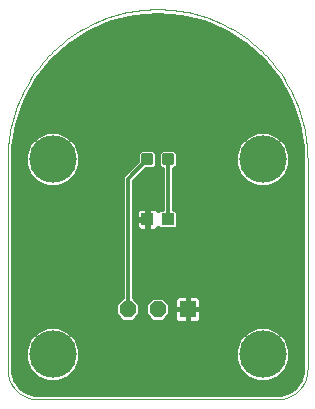
<source format=gtl>
G75*
%MOIN*%
%OFA0B0*%
%FSLAX25Y25*%
%IPPOS*%
%LPD*%
%AMOC8*
5,1,8,0,0,1.08239X$1,22.5*
%
%ADD10OC8,0.05600*%
%ADD11R,0.05600X0.05600*%
%ADD12C,0.00000*%
%ADD13C,0.15811*%
%ADD14R,0.04331X0.03937*%
%ADD15C,0.01181*%
%ADD16C,0.01200*%
%ADD17C,0.01600*%
D10*
X0046800Y0054006D03*
X0056800Y0054006D03*
D11*
X0066800Y0054006D03*
D12*
X0096800Y0024006D02*
X0016800Y0024006D01*
X0016558Y0024009D01*
X0016317Y0024018D01*
X0016076Y0024032D01*
X0015835Y0024053D01*
X0015595Y0024079D01*
X0015355Y0024111D01*
X0015116Y0024149D01*
X0014879Y0024192D01*
X0014642Y0024242D01*
X0014407Y0024297D01*
X0014173Y0024357D01*
X0013941Y0024424D01*
X0013710Y0024495D01*
X0013481Y0024573D01*
X0013254Y0024656D01*
X0013029Y0024744D01*
X0012806Y0024838D01*
X0012586Y0024937D01*
X0012368Y0025042D01*
X0012153Y0025151D01*
X0011940Y0025266D01*
X0011730Y0025386D01*
X0011524Y0025511D01*
X0011320Y0025641D01*
X0011119Y0025776D01*
X0010922Y0025916D01*
X0010728Y0026060D01*
X0010538Y0026209D01*
X0010352Y0026363D01*
X0010169Y0026521D01*
X0009990Y0026683D01*
X0009815Y0026850D01*
X0009644Y0027021D01*
X0009477Y0027196D01*
X0009315Y0027375D01*
X0009157Y0027558D01*
X0009003Y0027744D01*
X0008854Y0027934D01*
X0008710Y0028128D01*
X0008570Y0028325D01*
X0008435Y0028526D01*
X0008305Y0028730D01*
X0008180Y0028936D01*
X0008060Y0029146D01*
X0007945Y0029359D01*
X0007836Y0029574D01*
X0007731Y0029792D01*
X0007632Y0030012D01*
X0007538Y0030235D01*
X0007450Y0030460D01*
X0007367Y0030687D01*
X0007289Y0030916D01*
X0007218Y0031147D01*
X0007151Y0031379D01*
X0007091Y0031613D01*
X0007036Y0031848D01*
X0006986Y0032085D01*
X0006943Y0032322D01*
X0006905Y0032561D01*
X0006873Y0032801D01*
X0006847Y0033041D01*
X0006826Y0033282D01*
X0006812Y0033523D01*
X0006803Y0033764D01*
X0006800Y0034006D01*
X0006800Y0104006D01*
X0006815Y0105224D01*
X0006859Y0106440D01*
X0006933Y0107656D01*
X0007037Y0108869D01*
X0007170Y0110079D01*
X0007333Y0111286D01*
X0007525Y0112488D01*
X0007746Y0113686D01*
X0007996Y0114878D01*
X0008275Y0116063D01*
X0008583Y0117241D01*
X0008920Y0118411D01*
X0009285Y0119573D01*
X0009678Y0120725D01*
X0010099Y0121868D01*
X0010548Y0122999D01*
X0011024Y0124120D01*
X0011528Y0125229D01*
X0012058Y0126325D01*
X0012615Y0127408D01*
X0013198Y0128477D01*
X0013806Y0129531D01*
X0014441Y0130571D01*
X0015100Y0131594D01*
X0015784Y0132602D01*
X0016493Y0133592D01*
X0017225Y0134565D01*
X0017981Y0135519D01*
X0018760Y0136455D01*
X0019561Y0137372D01*
X0020385Y0138269D01*
X0021230Y0139145D01*
X0022096Y0140001D01*
X0022983Y0140836D01*
X0023890Y0141648D01*
X0024816Y0142438D01*
X0025762Y0143206D01*
X0026725Y0143950D01*
X0027707Y0144670D01*
X0028706Y0145367D01*
X0029721Y0146039D01*
X0030753Y0146686D01*
X0031800Y0147307D01*
X0032862Y0147903D01*
X0033938Y0148473D01*
X0035027Y0149017D01*
X0036130Y0149533D01*
X0037245Y0150023D01*
X0038371Y0150486D01*
X0039508Y0150921D01*
X0040656Y0151328D01*
X0041813Y0151707D01*
X0042979Y0152058D01*
X0044153Y0152380D01*
X0045335Y0152674D01*
X0046524Y0152939D01*
X0047718Y0153174D01*
X0048918Y0153381D01*
X0050123Y0153558D01*
X0051331Y0153706D01*
X0052543Y0153824D01*
X0053758Y0153913D01*
X0054974Y0153973D01*
X0056191Y0154002D01*
X0057409Y0154002D01*
X0058626Y0153973D01*
X0059842Y0153913D01*
X0061057Y0153824D01*
X0062269Y0153706D01*
X0063477Y0153558D01*
X0064682Y0153381D01*
X0065882Y0153174D01*
X0067076Y0152939D01*
X0068265Y0152674D01*
X0069447Y0152380D01*
X0070621Y0152058D01*
X0071787Y0151707D01*
X0072944Y0151328D01*
X0074092Y0150921D01*
X0075229Y0150486D01*
X0076355Y0150023D01*
X0077470Y0149533D01*
X0078573Y0149017D01*
X0079662Y0148473D01*
X0080738Y0147903D01*
X0081800Y0147307D01*
X0082847Y0146686D01*
X0083879Y0146039D01*
X0084894Y0145367D01*
X0085893Y0144670D01*
X0086875Y0143950D01*
X0087838Y0143206D01*
X0088784Y0142438D01*
X0089710Y0141648D01*
X0090617Y0140836D01*
X0091504Y0140001D01*
X0092370Y0139145D01*
X0093215Y0138269D01*
X0094039Y0137372D01*
X0094840Y0136455D01*
X0095619Y0135519D01*
X0096375Y0134565D01*
X0097107Y0133592D01*
X0097816Y0132602D01*
X0098500Y0131594D01*
X0099159Y0130571D01*
X0099794Y0129531D01*
X0100402Y0128477D01*
X0100985Y0127408D01*
X0101542Y0126325D01*
X0102072Y0125229D01*
X0102576Y0124120D01*
X0103052Y0122999D01*
X0103501Y0121868D01*
X0103922Y0120725D01*
X0104315Y0119573D01*
X0104680Y0118411D01*
X0105017Y0117241D01*
X0105325Y0116063D01*
X0105604Y0114878D01*
X0105854Y0113686D01*
X0106075Y0112488D01*
X0106267Y0111286D01*
X0106430Y0110079D01*
X0106563Y0108869D01*
X0106667Y0107656D01*
X0106741Y0106440D01*
X0106785Y0105224D01*
X0106800Y0104006D01*
X0106800Y0034006D01*
X0106797Y0033764D01*
X0106788Y0033523D01*
X0106774Y0033282D01*
X0106753Y0033041D01*
X0106727Y0032801D01*
X0106695Y0032561D01*
X0106657Y0032322D01*
X0106614Y0032085D01*
X0106564Y0031848D01*
X0106509Y0031613D01*
X0106449Y0031379D01*
X0106382Y0031147D01*
X0106311Y0030916D01*
X0106233Y0030687D01*
X0106150Y0030460D01*
X0106062Y0030235D01*
X0105968Y0030012D01*
X0105869Y0029792D01*
X0105764Y0029574D01*
X0105655Y0029359D01*
X0105540Y0029146D01*
X0105420Y0028936D01*
X0105295Y0028730D01*
X0105165Y0028526D01*
X0105030Y0028325D01*
X0104890Y0028128D01*
X0104746Y0027934D01*
X0104597Y0027744D01*
X0104443Y0027558D01*
X0104285Y0027375D01*
X0104123Y0027196D01*
X0103956Y0027021D01*
X0103785Y0026850D01*
X0103610Y0026683D01*
X0103431Y0026521D01*
X0103248Y0026363D01*
X0103062Y0026209D01*
X0102872Y0026060D01*
X0102678Y0025916D01*
X0102481Y0025776D01*
X0102280Y0025641D01*
X0102076Y0025511D01*
X0101870Y0025386D01*
X0101660Y0025266D01*
X0101447Y0025151D01*
X0101232Y0025042D01*
X0101014Y0024937D01*
X0100794Y0024838D01*
X0100571Y0024744D01*
X0100346Y0024656D01*
X0100119Y0024573D01*
X0099890Y0024495D01*
X0099659Y0024424D01*
X0099427Y0024357D01*
X0099193Y0024297D01*
X0098958Y0024242D01*
X0098721Y0024192D01*
X0098484Y0024149D01*
X0098245Y0024111D01*
X0098005Y0024079D01*
X0097765Y0024053D01*
X0097524Y0024032D01*
X0097283Y0024018D01*
X0097042Y0024009D01*
X0096800Y0024006D01*
D13*
X0091800Y0039006D03*
X0091800Y0104006D03*
X0021800Y0104006D03*
X0021800Y0039006D03*
D14*
X0053454Y0084006D03*
X0060146Y0084006D03*
D15*
X0058875Y0102628D02*
X0058875Y0105384D01*
X0061631Y0105384D01*
X0061631Y0102628D01*
X0058875Y0102628D01*
X0058875Y0103808D02*
X0061631Y0103808D01*
X0061631Y0104988D02*
X0058875Y0104988D01*
X0051969Y0105384D02*
X0051969Y0102628D01*
X0051969Y0105384D02*
X0054725Y0105384D01*
X0054725Y0102628D01*
X0051969Y0102628D01*
X0051969Y0103808D02*
X0054725Y0103808D01*
X0054725Y0104988D02*
X0051969Y0104988D01*
D16*
X0053347Y0104006D02*
X0046800Y0097459D01*
X0046800Y0054006D01*
X0060146Y0084006D02*
X0060253Y0084112D01*
X0060253Y0104006D01*
D17*
X0062253Y0100637D02*
X0062455Y0100637D01*
X0063621Y0101803D01*
X0063621Y0106208D01*
X0062455Y0107374D01*
X0058050Y0107374D01*
X0056884Y0106208D01*
X0056884Y0101803D01*
X0058050Y0100637D01*
X0058253Y0100637D01*
X0058253Y0087374D01*
X0057401Y0087374D01*
X0057077Y0087050D01*
X0057059Y0087080D01*
X0056724Y0087415D01*
X0056314Y0087652D01*
X0055856Y0087774D01*
X0053638Y0087774D01*
X0053638Y0084190D01*
X0053269Y0084190D01*
X0053269Y0083822D01*
X0049488Y0083822D01*
X0049488Y0081800D01*
X0049611Y0081343D01*
X0049848Y0080932D01*
X0050183Y0080597D01*
X0050593Y0080360D01*
X0051051Y0080237D01*
X0053269Y0080237D01*
X0053269Y0083822D01*
X0053638Y0083822D01*
X0053638Y0080237D01*
X0055856Y0080237D01*
X0056314Y0080360D01*
X0056724Y0080597D01*
X0057059Y0080932D01*
X0057077Y0080962D01*
X0057401Y0080637D01*
X0062892Y0080637D01*
X0063712Y0081457D01*
X0063712Y0086554D01*
X0062892Y0087374D01*
X0062253Y0087374D01*
X0062253Y0100637D01*
X0062552Y0100734D02*
X0083083Y0100734D01*
X0082494Y0102155D02*
X0083911Y0098735D01*
X0086529Y0096117D01*
X0089949Y0094700D01*
X0093651Y0094700D01*
X0097071Y0096117D01*
X0099689Y0098735D01*
X0101105Y0102155D01*
X0101105Y0105857D01*
X0099689Y0109277D01*
X0097071Y0111895D01*
X0093651Y0113311D01*
X0089949Y0113311D01*
X0086529Y0111895D01*
X0083911Y0109277D01*
X0082494Y0105857D01*
X0082494Y0102155D01*
X0082494Y0102333D02*
X0063621Y0102333D01*
X0063621Y0103931D02*
X0082494Y0103931D01*
X0082494Y0105530D02*
X0063621Y0105530D01*
X0062701Y0107128D02*
X0083021Y0107128D01*
X0083683Y0108727D02*
X0029917Y0108727D01*
X0029689Y0109277D02*
X0027071Y0111895D01*
X0023651Y0113311D01*
X0019949Y0113311D01*
X0016529Y0111895D01*
X0013911Y0109277D01*
X0012494Y0105857D01*
X0012494Y0102155D01*
X0013911Y0098735D01*
X0016529Y0096117D01*
X0019949Y0094700D01*
X0023651Y0094700D01*
X0027071Y0096117D01*
X0029689Y0098735D01*
X0031105Y0102155D01*
X0031105Y0105857D01*
X0029689Y0109277D01*
X0028640Y0110326D02*
X0084960Y0110326D01*
X0086600Y0111924D02*
X0027000Y0111924D01*
X0030579Y0107128D02*
X0050899Y0107128D01*
X0051145Y0107374D02*
X0049979Y0106208D01*
X0049979Y0103466D01*
X0044800Y0098287D01*
X0044800Y0057946D01*
X0042600Y0055746D01*
X0042600Y0052266D01*
X0045060Y0049806D01*
X0048540Y0049806D01*
X0051000Y0052266D01*
X0051000Y0055746D01*
X0048800Y0057946D01*
X0048800Y0096630D01*
X0052807Y0100637D01*
X0055550Y0100637D01*
X0056716Y0101803D01*
X0056716Y0106208D01*
X0055550Y0107374D01*
X0051145Y0107374D01*
X0049979Y0105530D02*
X0031105Y0105530D01*
X0031105Y0103931D02*
X0049979Y0103931D01*
X0048846Y0102333D02*
X0031105Y0102333D01*
X0030517Y0100734D02*
X0047247Y0100734D01*
X0045649Y0099136D02*
X0029855Y0099136D01*
X0028491Y0097537D02*
X0044800Y0097537D01*
X0044800Y0095939D02*
X0026641Y0095939D01*
X0016959Y0095939D02*
X0008600Y0095939D01*
X0008600Y0097537D02*
X0015109Y0097537D01*
X0013745Y0099136D02*
X0008600Y0099136D01*
X0008600Y0100734D02*
X0013083Y0100734D01*
X0012494Y0102333D02*
X0008600Y0102333D01*
X0008600Y0103931D02*
X0012494Y0103931D01*
X0012494Y0105530D02*
X0008663Y0105530D01*
X0008600Y0104006D02*
X0008765Y0107986D01*
X0010075Y0115838D01*
X0012660Y0123368D01*
X0016449Y0130369D01*
X0021338Y0136651D01*
X0027195Y0142042D01*
X0033859Y0146397D01*
X0041149Y0149594D01*
X0048867Y0151549D01*
X0056800Y0152206D01*
X0064733Y0151549D01*
X0072451Y0149594D01*
X0079741Y0146397D01*
X0086405Y0142042D01*
X0092262Y0136651D01*
X0097151Y0130369D01*
X0100940Y0123368D01*
X0103525Y0115838D01*
X0104835Y0107986D01*
X0105000Y0104006D01*
X0105000Y0034006D01*
X0104899Y0032723D01*
X0104106Y0030283D01*
X0102598Y0028208D01*
X0100523Y0026700D01*
X0098083Y0025907D01*
X0096800Y0025806D01*
X0016800Y0025806D01*
X0015517Y0025907D01*
X0013077Y0026700D01*
X0011002Y0028208D01*
X0009494Y0030283D01*
X0008701Y0032723D01*
X0008600Y0034006D01*
X0008600Y0104006D01*
X0008729Y0107128D02*
X0013021Y0107128D01*
X0013683Y0108727D02*
X0008888Y0108727D01*
X0009155Y0110326D02*
X0014960Y0110326D01*
X0016600Y0111924D02*
X0009422Y0111924D01*
X0009688Y0113523D02*
X0103912Y0113523D01*
X0103645Y0115121D02*
X0009955Y0115121D01*
X0010377Y0116720D02*
X0103223Y0116720D01*
X0102674Y0118318D02*
X0010926Y0118318D01*
X0011475Y0119917D02*
X0102125Y0119917D01*
X0101576Y0121515D02*
X0012024Y0121515D01*
X0012573Y0123114D02*
X0101027Y0123114D01*
X0100213Y0124712D02*
X0013387Y0124712D01*
X0014252Y0126311D02*
X0099348Y0126311D01*
X0098483Y0127909D02*
X0015117Y0127909D01*
X0015983Y0129508D02*
X0097617Y0129508D01*
X0096578Y0131106D02*
X0017022Y0131106D01*
X0018267Y0132705D02*
X0095333Y0132705D01*
X0094089Y0134303D02*
X0019511Y0134303D01*
X0020755Y0135902D02*
X0092845Y0135902D01*
X0091339Y0137500D02*
X0022261Y0137500D01*
X0023997Y0139099D02*
X0089603Y0139099D01*
X0087866Y0140697D02*
X0025734Y0140697D01*
X0027583Y0142296D02*
X0086017Y0142296D01*
X0086405Y0142042D02*
X0086405Y0142042D01*
X0083571Y0143894D02*
X0030029Y0143894D01*
X0032476Y0145493D02*
X0081124Y0145493D01*
X0078157Y0147091D02*
X0035443Y0147091D01*
X0039087Y0148690D02*
X0074513Y0148690D01*
X0069710Y0150288D02*
X0043890Y0150288D01*
X0052949Y0151887D02*
X0060651Y0151887D01*
X0057804Y0107128D02*
X0055796Y0107128D01*
X0056716Y0105530D02*
X0056884Y0105530D01*
X0056884Y0103931D02*
X0056716Y0103931D01*
X0056716Y0102333D02*
X0056884Y0102333D01*
X0057953Y0100734D02*
X0055647Y0100734D01*
X0058253Y0099136D02*
X0051306Y0099136D01*
X0049707Y0097537D02*
X0058253Y0097537D01*
X0058253Y0095939D02*
X0048800Y0095939D01*
X0048800Y0094340D02*
X0058253Y0094340D01*
X0058253Y0092742D02*
X0048800Y0092742D01*
X0048800Y0091143D02*
X0058253Y0091143D01*
X0058253Y0089545D02*
X0048800Y0089545D01*
X0048800Y0087946D02*
X0058253Y0087946D01*
X0062253Y0087946D02*
X0105000Y0087946D01*
X0105000Y0086348D02*
X0063712Y0086348D01*
X0063712Y0084749D02*
X0105000Y0084749D01*
X0105000Y0083151D02*
X0063712Y0083151D01*
X0063712Y0081552D02*
X0105000Y0081552D01*
X0105000Y0079954D02*
X0048800Y0079954D01*
X0048800Y0081552D02*
X0049555Y0081552D01*
X0049488Y0083151D02*
X0048800Y0083151D01*
X0049488Y0084190D02*
X0053269Y0084190D01*
X0053269Y0087774D01*
X0051051Y0087774D01*
X0050593Y0087652D01*
X0050183Y0087415D01*
X0049848Y0087080D01*
X0049611Y0086669D01*
X0049488Y0086211D01*
X0049488Y0084190D01*
X0049488Y0084749D02*
X0048800Y0084749D01*
X0048800Y0086348D02*
X0049525Y0086348D01*
X0053269Y0086348D02*
X0053638Y0086348D01*
X0053638Y0084749D02*
X0053269Y0084749D01*
X0053269Y0083151D02*
X0053638Y0083151D01*
X0053638Y0081552D02*
X0053269Y0081552D01*
X0048800Y0078355D02*
X0105000Y0078355D01*
X0105000Y0076757D02*
X0048800Y0076757D01*
X0048800Y0075158D02*
X0105000Y0075158D01*
X0105000Y0073560D02*
X0048800Y0073560D01*
X0048800Y0071961D02*
X0105000Y0071961D01*
X0105000Y0070363D02*
X0048800Y0070363D01*
X0048800Y0068764D02*
X0105000Y0068764D01*
X0105000Y0067166D02*
X0048800Y0067166D01*
X0048800Y0065567D02*
X0105000Y0065567D01*
X0105000Y0063969D02*
X0048800Y0063969D01*
X0048800Y0062370D02*
X0105000Y0062370D01*
X0105000Y0060772D02*
X0048800Y0060772D01*
X0048800Y0059173D02*
X0105000Y0059173D01*
X0105000Y0057575D02*
X0071235Y0057575D01*
X0071277Y0057501D02*
X0071040Y0057911D01*
X0070705Y0058246D01*
X0070295Y0058483D01*
X0069837Y0058606D01*
X0066800Y0058606D01*
X0066800Y0054006D01*
X0066800Y0054006D01*
X0066800Y0058606D01*
X0063763Y0058606D01*
X0063305Y0058483D01*
X0062895Y0058246D01*
X0062560Y0057911D01*
X0062323Y0057501D01*
X0062200Y0057043D01*
X0062200Y0054006D01*
X0066800Y0054006D01*
X0071400Y0054006D01*
X0071400Y0057043D01*
X0071277Y0057501D01*
X0071400Y0055976D02*
X0105000Y0055976D01*
X0105000Y0054378D02*
X0071400Y0054378D01*
X0071400Y0054006D02*
X0066800Y0054006D01*
X0066800Y0054006D01*
X0066800Y0054006D01*
X0062200Y0054006D01*
X0062200Y0050969D01*
X0062323Y0050511D01*
X0062560Y0050101D01*
X0062895Y0049766D01*
X0063305Y0049529D01*
X0063763Y0049406D01*
X0066800Y0049406D01*
X0069837Y0049406D01*
X0070295Y0049529D01*
X0070705Y0049766D01*
X0071040Y0050101D01*
X0071277Y0050511D01*
X0071400Y0050969D01*
X0071400Y0054006D01*
X0071400Y0052779D02*
X0105000Y0052779D01*
X0105000Y0051181D02*
X0071400Y0051181D01*
X0070387Y0049582D02*
X0105000Y0049582D01*
X0105000Y0047984D02*
X0094442Y0047984D01*
X0093651Y0048311D02*
X0089949Y0048311D01*
X0086529Y0046895D01*
X0083911Y0044277D01*
X0082494Y0040857D01*
X0082494Y0037155D01*
X0083911Y0033735D01*
X0086529Y0031117D01*
X0089949Y0029700D01*
X0093651Y0029700D01*
X0097071Y0031117D01*
X0099689Y0033735D01*
X0101105Y0037155D01*
X0101105Y0040857D01*
X0099689Y0044277D01*
X0097071Y0046895D01*
X0093651Y0048311D01*
X0097581Y0046385D02*
X0105000Y0046385D01*
X0105000Y0044787D02*
X0099179Y0044787D01*
X0100140Y0043188D02*
X0105000Y0043188D01*
X0105000Y0041590D02*
X0100802Y0041590D01*
X0101105Y0039991D02*
X0105000Y0039991D01*
X0105000Y0038393D02*
X0101105Y0038393D01*
X0100956Y0036794D02*
X0105000Y0036794D01*
X0105000Y0035195D02*
X0100294Y0035195D01*
X0099551Y0033597D02*
X0104968Y0033597D01*
X0104664Y0031998D02*
X0097953Y0031998D01*
X0095340Y0030400D02*
X0104144Y0030400D01*
X0103030Y0028801D02*
X0010570Y0028801D01*
X0009456Y0030400D02*
X0018260Y0030400D01*
X0019949Y0029700D02*
X0023651Y0029700D01*
X0027071Y0031117D01*
X0029689Y0033735D01*
X0031105Y0037155D01*
X0031105Y0040857D01*
X0029689Y0044277D01*
X0027071Y0046895D01*
X0023651Y0048311D01*
X0019949Y0048311D01*
X0016529Y0046895D01*
X0013911Y0044277D01*
X0012494Y0040857D01*
X0012494Y0037155D01*
X0013911Y0033735D01*
X0016529Y0031117D01*
X0019949Y0029700D01*
X0015647Y0031998D02*
X0008936Y0031998D01*
X0008632Y0033597D02*
X0014049Y0033597D01*
X0013306Y0035195D02*
X0008600Y0035195D01*
X0008600Y0036794D02*
X0012644Y0036794D01*
X0012494Y0038393D02*
X0008600Y0038393D01*
X0008600Y0039991D02*
X0012494Y0039991D01*
X0012798Y0041590D02*
X0008600Y0041590D01*
X0008600Y0043188D02*
X0013460Y0043188D01*
X0014421Y0044787D02*
X0008600Y0044787D01*
X0008600Y0046385D02*
X0016019Y0046385D01*
X0019158Y0047984D02*
X0008600Y0047984D01*
X0008600Y0049582D02*
X0063213Y0049582D01*
X0062200Y0051181D02*
X0059914Y0051181D01*
X0061000Y0052266D02*
X0058540Y0049806D01*
X0055060Y0049806D01*
X0052600Y0052266D01*
X0052600Y0055746D01*
X0055060Y0058206D01*
X0058540Y0058206D01*
X0061000Y0055746D01*
X0061000Y0052266D01*
X0061000Y0052779D02*
X0062200Y0052779D01*
X0062200Y0054378D02*
X0061000Y0054378D01*
X0060769Y0055976D02*
X0062200Y0055976D01*
X0062365Y0057575D02*
X0059171Y0057575D01*
X0054429Y0057575D02*
X0049171Y0057575D01*
X0050769Y0055976D02*
X0052831Y0055976D01*
X0052600Y0054378D02*
X0051000Y0054378D01*
X0051000Y0052779D02*
X0052600Y0052779D01*
X0053686Y0051181D02*
X0049914Y0051181D01*
X0044429Y0057575D02*
X0008600Y0057575D01*
X0008600Y0059173D02*
X0044800Y0059173D01*
X0044800Y0060772D02*
X0008600Y0060772D01*
X0008600Y0062370D02*
X0044800Y0062370D01*
X0044800Y0063969D02*
X0008600Y0063969D01*
X0008600Y0065567D02*
X0044800Y0065567D01*
X0044800Y0067166D02*
X0008600Y0067166D01*
X0008600Y0068764D02*
X0044800Y0068764D01*
X0044800Y0070363D02*
X0008600Y0070363D01*
X0008600Y0071961D02*
X0044800Y0071961D01*
X0044800Y0073560D02*
X0008600Y0073560D01*
X0008600Y0075158D02*
X0044800Y0075158D01*
X0044800Y0076757D02*
X0008600Y0076757D01*
X0008600Y0078355D02*
X0044800Y0078355D01*
X0044800Y0079954D02*
X0008600Y0079954D01*
X0008600Y0081552D02*
X0044800Y0081552D01*
X0044800Y0083151D02*
X0008600Y0083151D01*
X0008600Y0084749D02*
X0044800Y0084749D01*
X0044800Y0086348D02*
X0008600Y0086348D01*
X0008600Y0087946D02*
X0044800Y0087946D01*
X0044800Y0089545D02*
X0008600Y0089545D01*
X0008600Y0091143D02*
X0044800Y0091143D01*
X0044800Y0092742D02*
X0008600Y0092742D01*
X0008600Y0094340D02*
X0044800Y0094340D01*
X0062253Y0094340D02*
X0105000Y0094340D01*
X0105000Y0092742D02*
X0062253Y0092742D01*
X0062253Y0091143D02*
X0105000Y0091143D01*
X0105000Y0089545D02*
X0062253Y0089545D01*
X0062253Y0095939D02*
X0086959Y0095939D01*
X0085109Y0097537D02*
X0062253Y0097537D01*
X0062253Y0099136D02*
X0083745Y0099136D01*
X0096641Y0095939D02*
X0105000Y0095939D01*
X0105000Y0097537D02*
X0098491Y0097537D01*
X0099855Y0099136D02*
X0105000Y0099136D01*
X0105000Y0100734D02*
X0100517Y0100734D01*
X0101105Y0102333D02*
X0105000Y0102333D01*
X0105000Y0103931D02*
X0101105Y0103931D01*
X0101105Y0105530D02*
X0104937Y0105530D01*
X0104871Y0107128D02*
X0100579Y0107128D01*
X0099917Y0108727D02*
X0104712Y0108727D01*
X0104445Y0110326D02*
X0098640Y0110326D01*
X0097000Y0111924D02*
X0104178Y0111924D01*
X0066800Y0057575D02*
X0066800Y0057575D01*
X0066800Y0055976D02*
X0066800Y0055976D01*
X0066800Y0054378D02*
X0066800Y0054378D01*
X0066800Y0054006D02*
X0066800Y0049406D01*
X0066800Y0054006D01*
X0066800Y0054006D01*
X0066800Y0052779D02*
X0066800Y0052779D01*
X0066800Y0051181D02*
X0066800Y0051181D01*
X0066800Y0049582D02*
X0066800Y0049582D01*
X0082798Y0041590D02*
X0030802Y0041590D01*
X0031105Y0039991D02*
X0082494Y0039991D01*
X0082494Y0038393D02*
X0031105Y0038393D01*
X0030956Y0036794D02*
X0082644Y0036794D01*
X0083306Y0035195D02*
X0030294Y0035195D01*
X0029551Y0033597D02*
X0084049Y0033597D01*
X0085647Y0031998D02*
X0027953Y0031998D01*
X0025340Y0030400D02*
X0088260Y0030400D01*
X0083460Y0043188D02*
X0030140Y0043188D01*
X0029179Y0044787D02*
X0084421Y0044787D01*
X0086019Y0046385D02*
X0027581Y0046385D01*
X0024442Y0047984D02*
X0089158Y0047984D01*
X0101215Y0027203D02*
X0012385Y0027203D01*
X0008600Y0051181D02*
X0043686Y0051181D01*
X0042600Y0052779D02*
X0008600Y0052779D01*
X0008600Y0054378D02*
X0042600Y0054378D01*
X0042831Y0055976D02*
X0008600Y0055976D01*
M02*

</source>
